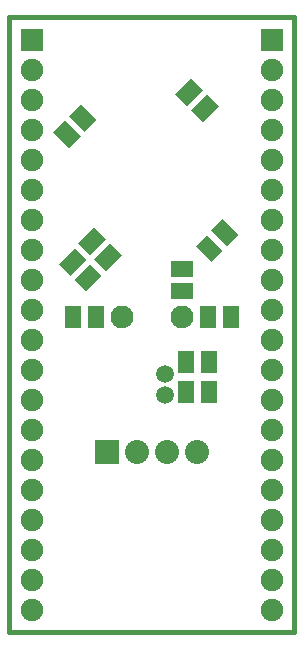
<source format=gbs>
G04 (created by PCBNEW-RS274X (2012-01-19 BZR 3256)-stable) date 2/20/2012 8:09:15 PM*
G01*
G70*
G90*
%MOIN*%
G04 Gerber Fmt 3.4, Leading zero omitted, Abs format*
%FSLAX34Y34*%
G04 APERTURE LIST*
%ADD10C,0.006000*%
%ADD11C,0.015000*%
%ADD12R,0.075000X0.075000*%
%ADD13C,0.075000*%
%ADD14R,0.080000X0.080000*%
%ADD15C,0.080000*%
%ADD16C,0.076000*%
%ADD17C,0.059400*%
%ADD18R,0.055000X0.075000*%
%ADD19R,0.075000X0.055000*%
G04 APERTURE END LIST*
G54D10*
G54D11*
X28250Y-42500D02*
X28250Y-22000D01*
X37750Y-42500D02*
X28250Y-42500D01*
X37750Y-22000D02*
X37750Y-42500D01*
X28250Y-22000D02*
X37750Y-22000D01*
G54D12*
X37000Y-22750D03*
G54D13*
X37000Y-23750D03*
X37000Y-24750D03*
X37000Y-25750D03*
X37000Y-26750D03*
X37000Y-27750D03*
X37000Y-28750D03*
X37000Y-29750D03*
X37000Y-30750D03*
X37000Y-31750D03*
X37000Y-32750D03*
X37000Y-33750D03*
X37000Y-34750D03*
X37000Y-35750D03*
X37000Y-36750D03*
X37000Y-37750D03*
X37000Y-38750D03*
X37000Y-39750D03*
X37000Y-40750D03*
X37000Y-41750D03*
G54D12*
X29000Y-22750D03*
G54D13*
X29000Y-23750D03*
X29000Y-24750D03*
X29000Y-25750D03*
X29000Y-26750D03*
X29000Y-27750D03*
X29000Y-28750D03*
X29000Y-29750D03*
X29000Y-30750D03*
X29000Y-31750D03*
X29000Y-32750D03*
X29000Y-33750D03*
X29000Y-34750D03*
X29000Y-35750D03*
X29000Y-36750D03*
X29000Y-37750D03*
X29000Y-38750D03*
X29000Y-39750D03*
X29000Y-40750D03*
X29000Y-41750D03*
G54D14*
X31500Y-36500D03*
G54D15*
X32500Y-36500D03*
X33500Y-36500D03*
X34500Y-36500D03*
G54D16*
X32000Y-32000D03*
X34000Y-32000D03*
G54D17*
X33447Y-33896D03*
X33447Y-34604D03*
G54D10*
G36*
X30231Y-26344D02*
X29700Y-25813D01*
X30089Y-25424D01*
X30620Y-25955D01*
X30231Y-26344D01*
X30231Y-26344D01*
G37*
G36*
X30761Y-25814D02*
X30230Y-25283D01*
X30619Y-24894D01*
X31150Y-25425D01*
X30761Y-25814D01*
X30761Y-25814D01*
G37*
G36*
X35371Y-28714D02*
X35902Y-29245D01*
X35513Y-29634D01*
X34982Y-29103D01*
X35371Y-28714D01*
X35371Y-28714D01*
G37*
G36*
X34841Y-29244D02*
X35372Y-29775D01*
X34983Y-30164D01*
X34452Y-29633D01*
X34841Y-29244D01*
X34841Y-29244D01*
G37*
G36*
X33775Y-24556D02*
X34306Y-24025D01*
X34695Y-24414D01*
X34164Y-24945D01*
X33775Y-24556D01*
X33775Y-24556D01*
G37*
G36*
X34305Y-25086D02*
X34836Y-24555D01*
X35225Y-24944D01*
X34694Y-25475D01*
X34305Y-25086D01*
X34305Y-25086D01*
G37*
G36*
X31991Y-29926D02*
X31460Y-30457D01*
X31071Y-30068D01*
X31602Y-29537D01*
X31991Y-29926D01*
X31991Y-29926D01*
G37*
G36*
X31461Y-29396D02*
X30930Y-29927D01*
X30541Y-29538D01*
X31072Y-29007D01*
X31461Y-29396D01*
X31461Y-29396D01*
G37*
G36*
X31339Y-30610D02*
X30808Y-31141D01*
X30419Y-30752D01*
X30950Y-30221D01*
X31339Y-30610D01*
X31339Y-30610D01*
G37*
G36*
X30809Y-30080D02*
X30278Y-30611D01*
X29889Y-30222D01*
X30420Y-29691D01*
X30809Y-30080D01*
X30809Y-30080D01*
G37*
G54D18*
X30375Y-32000D03*
X31125Y-32000D03*
X35625Y-32000D03*
X34875Y-32000D03*
X34897Y-33494D03*
X34147Y-33494D03*
X34897Y-34494D03*
X34147Y-34494D03*
G54D19*
X34000Y-31125D03*
X34000Y-30375D03*
M02*

</source>
